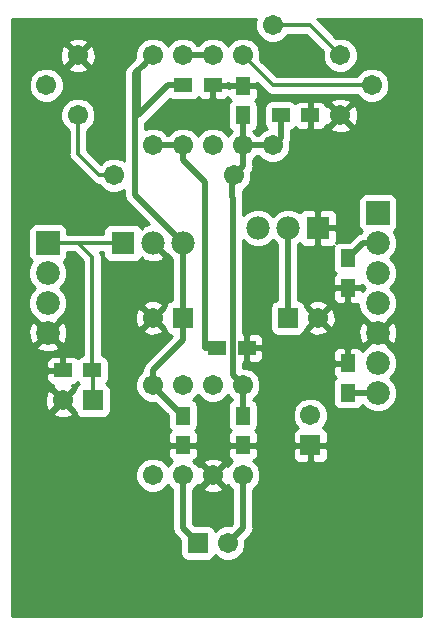
<source format=gbl>
G04 #@! TF.GenerationSoftware,KiCad,Pcbnew,(5.0.2)-1*
G04 #@! TF.CreationDate,2019-01-05T13:13:42+08:00*
G04 #@! TF.ProjectId,PSU 4CH,50535520-3443-4482-9e6b-696361645f70,rev?*
G04 #@! TF.SameCoordinates,Original*
G04 #@! TF.FileFunction,Copper,L2,Bot*
G04 #@! TF.FilePolarity,Positive*
%FSLAX46Y46*%
G04 Gerber Fmt 4.6, Leading zero omitted, Abs format (unit mm)*
G04 Created by KiCad (PCBNEW (5.0.2)-1) date 01/05/19 13:13:42*
%MOMM*%
%LPD*%
G01*
G04 APERTURE LIST*
G04 #@! TA.AperFunction,ComponentPad*
%ADD10C,1.716000*%
G04 #@! TD*
G04 #@! TA.AperFunction,ComponentPad*
%ADD11R,1.716000X1.716000*%
G04 #@! TD*
G04 #@! TA.AperFunction,SMDPad,CuDef*
%ADD12R,1.500000X1.250000*%
G04 #@! TD*
G04 #@! TA.AperFunction,SMDPad,CuDef*
%ADD13R,1.250000X1.500000*%
G04 #@! TD*
G04 #@! TA.AperFunction,ComponentPad*
%ADD14C,2.016000*%
G04 #@! TD*
G04 #@! TA.AperFunction,ComponentPad*
%ADD15R,2.016000X2.016000*%
G04 #@! TD*
G04 #@! TA.AperFunction,ComponentPad*
%ADD16C,1.989000*%
G04 #@! TD*
G04 #@! TA.AperFunction,ComponentPad*
%ADD17R,1.989000X1.989000*%
G04 #@! TD*
G04 #@! TA.AperFunction,ViaPad*
%ADD18C,0.450000*%
G04 #@! TD*
G04 #@! TA.AperFunction,Conductor*
%ADD19C,0.304800*%
G04 #@! TD*
G04 #@! TA.AperFunction,Conductor*
%ADD20C,0.508000*%
G04 #@! TD*
G04 #@! TA.AperFunction,Conductor*
%ADD21C,0.254000*%
G04 #@! TD*
G04 APERTURE END LIST*
D10*
G04 #@! TO.P,C3,2*
G04 #@! TO.N,GND*
X120015000Y-63500000D03*
D11*
G04 #@! TO.P,C3,1*
G04 #@! TO.N,+5V*
X122555000Y-63500000D03*
G04 #@! TD*
D10*
G04 #@! TO.P,U4,8*
G04 #@! TO.N,+5V*
X120015000Y-41275000D03*
G04 #@! TO.P,U4,7*
G04 #@! TO.N,-2V8*
X122555000Y-41275000D03*
G04 #@! TO.P,U4,6*
X125095000Y-41275000D03*
G04 #@! TO.P,U4,5*
G04 #@! TO.N,Net-(POT2-Pad2)*
X127635000Y-41275000D03*
G04 #@! TO.P,U4,4*
G04 #@! TO.N,-5V*
X127635000Y-48895000D03*
G04 #@! TO.P,U4,3*
G04 #@! TO.N,Net-(POT1-Pad2)*
X125095000Y-48895000D03*
G04 #@! TO.P,U4,2*
G04 #@! TO.N,-0V5*
X122555000Y-48895000D03*
G04 #@! TO.P,U4,1*
X120015000Y-48895000D03*
G04 #@! TD*
G04 #@! TO.P,R2,2*
G04 #@! TO.N,Net-(POT2-Pad1)*
X130175000Y-38735000D03*
G04 #@! TO.P,R2,1*
G04 #@! TO.N,-5V*
X130175000Y-48895000D03*
G04 #@! TD*
G04 #@! TO.P,POT2,1*
G04 #@! TO.N,Net-(POT2-Pad1)*
X135890000Y-41275000D03*
G04 #@! TO.P,POT2,2*
G04 #@! TO.N,Net-(POT2-Pad2)*
X138557000Y-43815000D03*
G04 #@! TO.P,POT2,3*
G04 #@! TO.N,GND*
X135890000Y-46355000D03*
G04 #@! TD*
D12*
G04 #@! TO.P,C12,2*
G04 #@! TO.N,-5V*
X130830000Y-46355000D03*
G04 #@! TO.P,C12,1*
G04 #@! TO.N,GND*
X133330000Y-46355000D03*
G04 #@! TD*
D11*
G04 #@! TO.P,C1,1*
G04 #@! TO.N,Vin*
X114935000Y-70485000D03*
D10*
G04 #@! TO.P,C1,2*
G04 #@! TO.N,GND*
X112395000Y-70485000D03*
G04 #@! TD*
D12*
G04 #@! TO.P,C2,2*
G04 #@! TO.N,GND*
X112395000Y-67945000D03*
G04 #@! TO.P,C2,1*
G04 #@! TO.N,Vin*
X114895000Y-67945000D03*
G04 #@! TD*
D13*
G04 #@! TO.P,C4,1*
G04 #@! TO.N,+5V*
X122555000Y-71775000D03*
G04 #@! TO.P,C4,2*
G04 #@! TO.N,GND*
X122555000Y-74275000D03*
G04 #@! TD*
D12*
G04 #@! TO.P,C5,1*
G04 #@! TO.N,+5V*
X122595000Y-43815000D03*
G04 #@! TO.P,C5,2*
G04 #@! TO.N,GND*
X125095000Y-43815000D03*
G04 #@! TD*
D10*
G04 #@! TO.P,C6,2*
G04 #@! TO.N,GND*
X133985000Y-63500000D03*
D11*
G04 #@! TO.P,C6,1*
G04 #@! TO.N,+3V3*
X131445000Y-63500000D03*
G04 #@! TD*
D13*
G04 #@! TO.P,C7,2*
G04 #@! TO.N,GND*
X136525000Y-60960000D03*
G04 #@! TO.P,C7,1*
G04 #@! TO.N,+3V3*
X136525000Y-58460000D03*
G04 #@! TD*
D11*
G04 #@! TO.P,C8,1*
G04 #@! TO.N,Net-(C8-Pad1)*
X123825000Y-82550000D03*
D10*
G04 #@! TO.P,C8,2*
G04 #@! TO.N,Net-(C8-Pad2)*
X126365000Y-82550000D03*
G04 #@! TD*
G04 #@! TO.P,C9,2*
G04 #@! TO.N,-5V*
X133350000Y-71755000D03*
D11*
G04 #@! TO.P,C9,1*
G04 #@! TO.N,GND*
X133350000Y-74295000D03*
G04 #@! TD*
D13*
G04 #@! TO.P,C10,2*
G04 #@! TO.N,-5V*
X127635000Y-71775000D03*
G04 #@! TO.P,C10,1*
G04 #@! TO.N,GND*
X127635000Y-74275000D03*
G04 #@! TD*
G04 #@! TO.P,C11,1*
G04 #@! TO.N,GND*
X127635000Y-43855000D03*
G04 #@! TO.P,C11,2*
G04 #@! TO.N,-5V*
X127635000Y-46355000D03*
G04 #@! TD*
D12*
G04 #@! TO.P,C13,2*
G04 #@! TO.N,-0V5*
X125476000Y-66040000D03*
G04 #@! TO.P,C13,1*
G04 #@! TO.N,GND*
X127976000Y-66040000D03*
G04 #@! TD*
D13*
G04 #@! TO.P,C14,1*
G04 #@! TO.N,GND*
X136525000Y-67330000D03*
G04 #@! TO.P,C14,2*
G04 #@! TO.N,-2V8*
X136525000Y-69830000D03*
G04 #@! TD*
D14*
G04 #@! TO.P,J1,4*
G04 #@! TO.N,GND*
X111125000Y-64770000D03*
G04 #@! TO.P,J1,3*
G04 #@! TO.N,Net-(J1-Pad3)*
X111125000Y-62230000D03*
G04 #@! TO.P,J1,2*
G04 #@! TO.N,Net-(J1-Pad2)*
X111125000Y-59690000D03*
D15*
G04 #@! TO.P,J1,1*
G04 #@! TO.N,Vin*
X111125000Y-57150000D03*
G04 #@! TD*
D14*
G04 #@! TO.P,J2,7*
G04 #@! TO.N,-2V8*
X139065000Y-69850000D03*
G04 #@! TO.P,J2,6*
G04 #@! TO.N,-0V5*
X139065000Y-67310000D03*
G04 #@! TO.P,J2,5*
G04 #@! TO.N,GND*
X139065000Y-64770000D03*
G04 #@! TO.P,J2,4*
G04 #@! TO.N,Net-(J1-Pad3)*
X139065000Y-62230000D03*
G04 #@! TO.P,J2,3*
G04 #@! TO.N,Net-(J1-Pad2)*
X139065000Y-59690000D03*
G04 #@! TO.P,J2,2*
G04 #@! TO.N,+3V3*
X139065000Y-57150000D03*
D15*
G04 #@! TO.P,J2,1*
G04 #@! TO.N,+5V*
X139065000Y-54610000D03*
G04 #@! TD*
D10*
G04 #@! TO.P,POT1,3*
G04 #@! TO.N,GND*
X113665000Y-41275000D03*
G04 #@! TO.P,POT1,2*
G04 #@! TO.N,Net-(POT1-Pad2)*
X110998000Y-43815000D03*
G04 #@! TO.P,POT1,1*
G04 #@! TO.N,Net-(POT1-Pad1)*
X113665000Y-46355000D03*
G04 #@! TD*
G04 #@! TO.P,R1,1*
G04 #@! TO.N,-5V*
X126873000Y-51435000D03*
G04 #@! TO.P,R1,2*
G04 #@! TO.N,Net-(POT1-Pad1)*
X116713000Y-51435000D03*
G04 #@! TD*
D16*
G04 #@! TO.P,U1,2*
G04 #@! TO.N,GND*
X120015000Y-57150000D03*
D17*
G04 #@! TO.P,U1,1*
G04 #@! TO.N,Vin*
X117475000Y-57150000D03*
D16*
G04 #@! TO.P,U1,3*
G04 #@! TO.N,+5V*
X122555000Y-57150000D03*
G04 #@! TD*
G04 #@! TO.P,U2,3*
G04 #@! TO.N,+5V*
X128905000Y-55880000D03*
D17*
G04 #@! TO.P,U2,1*
G04 #@! TO.N,GND*
X133985000Y-55880000D03*
D16*
G04 #@! TO.P,U2,2*
G04 #@! TO.N,+3V3*
X131445000Y-55880000D03*
G04 #@! TD*
D10*
G04 #@! TO.P,U3,1*
G04 #@! TO.N,N/C*
X120015000Y-76835000D03*
G04 #@! TO.P,U3,2*
G04 #@! TO.N,Net-(C8-Pad1)*
X122555000Y-76835000D03*
G04 #@! TO.P,U3,3*
G04 #@! TO.N,GND*
X125095000Y-76835000D03*
G04 #@! TO.P,U3,4*
G04 #@! TO.N,Net-(C8-Pad2)*
X127635000Y-76835000D03*
G04 #@! TO.P,U3,5*
G04 #@! TO.N,-5V*
X127635000Y-69215000D03*
G04 #@! TO.P,U3,6*
G04 #@! TO.N,N/C*
X125095000Y-69215000D03*
G04 #@! TO.P,U3,7*
G04 #@! TO.N,Net-(U3-Pad7)*
X122555000Y-69215000D03*
G04 #@! TO.P,U3,8*
G04 #@! TO.N,+5V*
X120015000Y-69215000D03*
G04 #@! TD*
D18*
G04 #@! TO.N,-0V5*
X124460000Y-66040000D03*
G04 #@! TD*
D19*
G04 #@! TO.N,Vin*
X117475000Y-57150000D02*
X116175700Y-57150000D01*
X114935000Y-67985000D02*
X114895000Y-67945000D01*
X114935000Y-70485000D02*
X114935000Y-67985000D01*
X114895000Y-58380000D02*
X113665000Y-57150000D01*
X114895000Y-67945000D02*
X114895000Y-58380000D01*
X116175700Y-57150000D02*
X113665000Y-57150000D01*
X113665000Y-57150000D02*
X111125000Y-57150000D01*
D20*
G04 #@! TO.N,GND*
X122555000Y-74275000D02*
X122555000Y-74295000D01*
X133205000Y-46355000D02*
X133330000Y-46355000D01*
X132683722Y-74295000D02*
X133350000Y-74295000D01*
X132663722Y-74275000D02*
X132683722Y-74295000D01*
X117475000Y-72390000D02*
X117475000Y-73025000D01*
X136525000Y-67455000D02*
X136525000Y-67330000D01*
X133330000Y-55225000D02*
X133985000Y-55880000D01*
X127595000Y-43815000D02*
X127635000Y-43855000D01*
G04 #@! TO.N,+5V*
X122555000Y-62134000D02*
X122555000Y-57150000D01*
X122555000Y-63500000D02*
X122555000Y-62134000D01*
X120015000Y-69215000D02*
X120015000Y-67945000D01*
X122555000Y-65405000D02*
X122555000Y-63500000D01*
X120015000Y-67945000D02*
X122555000Y-65405000D01*
X120015000Y-69235000D02*
X122555000Y-71775000D01*
X120015000Y-69215000D02*
X120015000Y-69235000D01*
X119157001Y-42132999D02*
X120015000Y-41275000D01*
X118775999Y-42514001D02*
X119157001Y-42132999D01*
X118797000Y-46355000D02*
X118775999Y-46355000D01*
X121337000Y-43815000D02*
X118797000Y-46355000D01*
X122595000Y-43815000D02*
X121337000Y-43815000D01*
X118775999Y-46355000D02*
X118775999Y-42514001D01*
X118775999Y-42514001D02*
X118491000Y-42799000D01*
X118491000Y-53086000D02*
X122555000Y-57150000D01*
X118491000Y-42799000D02*
X118491000Y-53086000D01*
G04 #@! TO.N,+3V3*
X131445000Y-55880000D02*
X131445000Y-63500000D01*
X137835000Y-57150000D02*
X136525000Y-58460000D01*
X139065000Y-57150000D02*
X137835000Y-57150000D01*
G04 #@! TO.N,Net-(C8-Pad1)*
X122555000Y-81280000D02*
X123825000Y-82550000D01*
X122555000Y-76835000D02*
X122555000Y-81280000D01*
G04 #@! TO.N,Net-(C8-Pad2)*
X127635000Y-81280000D02*
X126365000Y-82550000D01*
X127635000Y-76835000D02*
X127635000Y-81280000D01*
G04 #@! TO.N,-5V*
X130830000Y-46355000D02*
X130830000Y-48240000D01*
X130830000Y-48240000D02*
X130175000Y-48895000D01*
X130175000Y-48895000D02*
X127635000Y-48895000D01*
X127635000Y-46355000D02*
X127635000Y-48895000D01*
X127635000Y-71775000D02*
X127635000Y-69215000D01*
X127635000Y-50673000D02*
X126873000Y-51435000D01*
X127635000Y-50546000D02*
X127635000Y-50673000D01*
X127635000Y-48895000D02*
X127635000Y-50546000D01*
X126746000Y-52648395D02*
X126746000Y-51435000D01*
X126746000Y-53238999D02*
X126746000Y-52648395D01*
X126771999Y-68351999D02*
X126771999Y-53340000D01*
X127635000Y-69215000D02*
X126771999Y-68351999D01*
G04 #@! TO.N,-0V5*
X122555000Y-48895000D02*
X120015000Y-48895000D01*
X122555000Y-50108395D02*
X124460000Y-52013395D01*
X122555000Y-48895000D02*
X122555000Y-50108395D01*
X124460000Y-52013395D02*
X124460000Y-66040000D01*
X124460000Y-66040000D02*
X125476000Y-66040000D01*
G04 #@! TO.N,-2V8*
X122555000Y-41275000D02*
X125095000Y-41275000D01*
X139045000Y-69830000D02*
X139065000Y-69850000D01*
X136525000Y-69830000D02*
X139045000Y-69830000D01*
D19*
G04 #@! TO.N,Net-(POT1-Pad1)*
X113665000Y-46355000D02*
X113665000Y-47625000D01*
X113665000Y-49600395D02*
X113665000Y-47625000D01*
X115499605Y-51435000D02*
X113665000Y-49600395D01*
X116713000Y-51435000D02*
X115499605Y-51435000D01*
G04 #@! TO.N,Net-(POT2-Pad1)*
X135890000Y-41275000D02*
X133350000Y-38735000D01*
X133350000Y-38735000D02*
X130175000Y-38735000D01*
G04 #@! TO.N,Net-(POT2-Pad2)*
X138557000Y-43815000D02*
X130175000Y-43815000D01*
X130175000Y-43815000D02*
X127635000Y-41275000D01*
G04 #@! TD*
D21*
G04 #@! TO.N,GND*
G36*
X128682000Y-38438024D02*
X128682000Y-39031976D01*
X128909295Y-39580717D01*
X129329283Y-40000705D01*
X129878024Y-40228000D01*
X130471976Y-40228000D01*
X131020717Y-40000705D01*
X131440705Y-39580717D01*
X131464861Y-39522400D01*
X133023849Y-39522400D01*
X134421156Y-40919707D01*
X134397000Y-40978024D01*
X134397000Y-41571976D01*
X134624295Y-42120717D01*
X135044283Y-42540705D01*
X135593024Y-42768000D01*
X136186976Y-42768000D01*
X136735717Y-42540705D01*
X137155705Y-42120717D01*
X137383000Y-41571976D01*
X137383000Y-40978024D01*
X137155705Y-40429283D01*
X136735717Y-40009295D01*
X136186976Y-39782000D01*
X135593024Y-39782000D01*
X135534707Y-39806156D01*
X133961616Y-38233065D01*
X133957564Y-38227000D01*
X142748000Y-38227000D01*
X142748000Y-88773000D01*
X108077000Y-88773000D01*
X108077000Y-76538024D01*
X118522000Y-76538024D01*
X118522000Y-77131976D01*
X118749295Y-77680717D01*
X119169283Y-78100705D01*
X119718024Y-78328000D01*
X120311976Y-78328000D01*
X120860717Y-78100705D01*
X121280705Y-77680717D01*
X121285000Y-77670348D01*
X121289295Y-77680717D01*
X121666000Y-78057422D01*
X121666001Y-81192441D01*
X121648584Y-81280000D01*
X121717582Y-81626870D01*
X121769308Y-81704283D01*
X121914068Y-81920933D01*
X121988294Y-81970529D01*
X122319560Y-82301795D01*
X122319560Y-83408000D01*
X122368843Y-83655765D01*
X122509191Y-83865809D01*
X122719235Y-84006157D01*
X122967000Y-84055440D01*
X124683000Y-84055440D01*
X124930765Y-84006157D01*
X125140809Y-83865809D01*
X125281157Y-83655765D01*
X125294129Y-83590551D01*
X125519283Y-83815705D01*
X126068024Y-84043000D01*
X126661976Y-84043000D01*
X127210717Y-83815705D01*
X127630705Y-83395717D01*
X127858000Y-82846976D01*
X127858000Y-82314236D01*
X128201707Y-81970529D01*
X128275933Y-81920933D01*
X128472419Y-81626870D01*
X128524000Y-81367556D01*
X128524000Y-81367552D01*
X128541415Y-81280001D01*
X128524000Y-81192450D01*
X128524000Y-78057422D01*
X128900705Y-77680717D01*
X129128000Y-77131976D01*
X129128000Y-76538024D01*
X128900705Y-75989283D01*
X128517204Y-75605782D01*
X128619699Y-75563327D01*
X128798327Y-75384698D01*
X128895000Y-75151309D01*
X128895000Y-74580750D01*
X131857000Y-74580750D01*
X131857000Y-75279309D01*
X131953673Y-75512698D01*
X132132301Y-75691327D01*
X132365690Y-75788000D01*
X133064250Y-75788000D01*
X133223000Y-75629250D01*
X133223000Y-74422000D01*
X133477000Y-74422000D01*
X133477000Y-75629250D01*
X133635750Y-75788000D01*
X134334310Y-75788000D01*
X134567699Y-75691327D01*
X134746327Y-75512698D01*
X134843000Y-75279309D01*
X134843000Y-74580750D01*
X134684250Y-74422000D01*
X133477000Y-74422000D01*
X133223000Y-74422000D01*
X132015750Y-74422000D01*
X131857000Y-74580750D01*
X128895000Y-74580750D01*
X128895000Y-74560750D01*
X128736250Y-74402000D01*
X127762000Y-74402000D01*
X127762000Y-74422000D01*
X127508000Y-74422000D01*
X127508000Y-74402000D01*
X126533750Y-74402000D01*
X126375000Y-74560750D01*
X126375000Y-75151309D01*
X126471673Y-75384698D01*
X126650301Y-75563327D01*
X126752796Y-75605782D01*
X126369295Y-75989283D01*
X126351778Y-76031573D01*
X126144752Y-75964853D01*
X125274605Y-76835000D01*
X126144752Y-77705147D01*
X126351778Y-77638427D01*
X126369295Y-77680717D01*
X126746000Y-78057422D01*
X126746001Y-80911763D01*
X126600764Y-81057000D01*
X126068024Y-81057000D01*
X125519283Y-81284295D01*
X125294129Y-81509449D01*
X125281157Y-81444235D01*
X125140809Y-81234191D01*
X124930765Y-81093843D01*
X124683000Y-81044560D01*
X123576795Y-81044560D01*
X123444000Y-80911765D01*
X123444000Y-78057422D01*
X123616670Y-77884752D01*
X124224853Y-77884752D01*
X124306109Y-78136882D01*
X124864368Y-78339677D01*
X125457739Y-78313399D01*
X125883891Y-78136882D01*
X125965147Y-77884752D01*
X125095000Y-77014605D01*
X124224853Y-77884752D01*
X123616670Y-77884752D01*
X123820705Y-77680717D01*
X123838222Y-77638427D01*
X124045248Y-77705147D01*
X124915395Y-76835000D01*
X124045248Y-75964853D01*
X123838222Y-76031573D01*
X123820705Y-75989283D01*
X123616670Y-75785248D01*
X124224853Y-75785248D01*
X125095000Y-76655395D01*
X125965147Y-75785248D01*
X125883891Y-75533118D01*
X125325632Y-75330323D01*
X124732261Y-75356601D01*
X124306109Y-75533118D01*
X124224853Y-75785248D01*
X123616670Y-75785248D01*
X123437204Y-75605782D01*
X123539699Y-75563327D01*
X123718327Y-75384698D01*
X123815000Y-75151309D01*
X123815000Y-74560750D01*
X123656250Y-74402000D01*
X122682000Y-74402000D01*
X122682000Y-74422000D01*
X122428000Y-74422000D01*
X122428000Y-74402000D01*
X121453750Y-74402000D01*
X121295000Y-74560750D01*
X121295000Y-75151309D01*
X121391673Y-75384698D01*
X121570301Y-75563327D01*
X121672796Y-75605782D01*
X121289295Y-75989283D01*
X121285000Y-75999652D01*
X121280705Y-75989283D01*
X120860717Y-75569295D01*
X120311976Y-75342000D01*
X119718024Y-75342000D01*
X119169283Y-75569295D01*
X118749295Y-75989283D01*
X118522000Y-76538024D01*
X108077000Y-76538024D01*
X108077000Y-71534752D01*
X111524853Y-71534752D01*
X111606109Y-71786882D01*
X112164368Y-71989677D01*
X112757739Y-71963399D01*
X113183891Y-71786882D01*
X113265147Y-71534752D01*
X112395000Y-70664605D01*
X111524853Y-71534752D01*
X108077000Y-71534752D01*
X108077000Y-70254368D01*
X110890323Y-70254368D01*
X110916601Y-70847739D01*
X111093118Y-71273891D01*
X111345248Y-71355147D01*
X112215395Y-70485000D01*
X111345248Y-69614853D01*
X111093118Y-69696109D01*
X110890323Y-70254368D01*
X108077000Y-70254368D01*
X108077000Y-67193690D01*
X111010000Y-67193690D01*
X111010000Y-67659250D01*
X111168750Y-67818000D01*
X112268000Y-67818000D01*
X112268000Y-66843750D01*
X112109250Y-66685000D01*
X111518691Y-66685000D01*
X111285302Y-66781673D01*
X111106673Y-66960301D01*
X111010000Y-67193690D01*
X108077000Y-67193690D01*
X108077000Y-65928319D01*
X110146286Y-65928319D01*
X110245928Y-66196004D01*
X110858551Y-66423862D01*
X111511739Y-66399935D01*
X112004072Y-66196004D01*
X112103714Y-65928319D01*
X111125000Y-64949605D01*
X110146286Y-65928319D01*
X108077000Y-65928319D01*
X108077000Y-64503551D01*
X109471138Y-64503551D01*
X109495065Y-65156739D01*
X109698996Y-65649072D01*
X109966681Y-65748714D01*
X110945395Y-64770000D01*
X111304605Y-64770000D01*
X112283319Y-65748714D01*
X112551004Y-65649072D01*
X112778862Y-65036449D01*
X112754935Y-64383261D01*
X112551004Y-63890928D01*
X112283319Y-63791286D01*
X111304605Y-64770000D01*
X110945395Y-64770000D01*
X109966681Y-63791286D01*
X109698996Y-63890928D01*
X109471138Y-64503551D01*
X108077000Y-64503551D01*
X108077000Y-56142000D01*
X109469560Y-56142000D01*
X109469560Y-58158000D01*
X109518843Y-58405765D01*
X109659191Y-58615809D01*
X109788941Y-58702506D01*
X109732132Y-58759315D01*
X109482000Y-59363187D01*
X109482000Y-60016813D01*
X109732132Y-60620685D01*
X110071447Y-60960000D01*
X109732132Y-61299315D01*
X109482000Y-61903187D01*
X109482000Y-62556813D01*
X109732132Y-63160685D01*
X110156280Y-63584833D01*
X110146286Y-63611681D01*
X111125000Y-64590395D01*
X112103714Y-63611681D01*
X112093720Y-63584833D01*
X112517868Y-63160685D01*
X112768000Y-62556813D01*
X112768000Y-61903187D01*
X112517868Y-61299315D01*
X112178553Y-60960000D01*
X112517868Y-60620685D01*
X112768000Y-60016813D01*
X112768000Y-59363187D01*
X112517868Y-58759315D01*
X112461059Y-58702506D01*
X112590809Y-58615809D01*
X112731157Y-58405765D01*
X112780440Y-58158000D01*
X112780440Y-57937400D01*
X113338849Y-57937400D01*
X114107601Y-58706153D01*
X114107600Y-66679999D01*
X113897235Y-66721843D01*
X113687191Y-66862191D01*
X113646346Y-66923320D01*
X113504698Y-66781673D01*
X113271309Y-66685000D01*
X112680750Y-66685000D01*
X112522000Y-66843750D01*
X112522000Y-67818000D01*
X112542000Y-67818000D01*
X112542000Y-68072000D01*
X112522000Y-68072000D01*
X112522000Y-68092000D01*
X112268000Y-68092000D01*
X112268000Y-68072000D01*
X111168750Y-68072000D01*
X111010000Y-68230750D01*
X111010000Y-68696310D01*
X111106673Y-68929699D01*
X111285302Y-69108327D01*
X111518691Y-69205000D01*
X111599057Y-69205000D01*
X111524853Y-69435248D01*
X112395000Y-70305395D01*
X113265147Y-69435248D01*
X113190943Y-69205000D01*
X113271309Y-69205000D01*
X113504698Y-69108327D01*
X113646346Y-68966680D01*
X113687191Y-69027809D01*
X113758987Y-69075782D01*
X113619191Y-69169191D01*
X113478843Y-69379235D01*
X113429560Y-69627000D01*
X113429560Y-69630045D01*
X112574605Y-70485000D01*
X113429560Y-71339955D01*
X113429560Y-71343000D01*
X113478843Y-71590765D01*
X113619191Y-71800809D01*
X113829235Y-71941157D01*
X114077000Y-71990440D01*
X115793000Y-71990440D01*
X116040765Y-71941157D01*
X116250809Y-71800809D01*
X116391157Y-71590765D01*
X116440440Y-71343000D01*
X116440440Y-69627000D01*
X116391157Y-69379235D01*
X116250809Y-69169191D01*
X116071013Y-69049054D01*
X116102809Y-69027809D01*
X116243157Y-68817765D01*
X116292440Y-68570000D01*
X116292440Y-67320000D01*
X116243157Y-67072235D01*
X116102809Y-66862191D01*
X115892765Y-66721843D01*
X115682400Y-66679999D01*
X115682400Y-64549752D01*
X119144853Y-64549752D01*
X119226109Y-64801882D01*
X119784368Y-65004677D01*
X120377739Y-64978399D01*
X120803891Y-64801882D01*
X120885147Y-64549752D01*
X120015000Y-63679605D01*
X119144853Y-64549752D01*
X115682400Y-64549752D01*
X115682400Y-63269368D01*
X118510323Y-63269368D01*
X118536601Y-63862739D01*
X118713118Y-64288891D01*
X118965248Y-64370147D01*
X119835395Y-63500000D01*
X118965248Y-62629853D01*
X118713118Y-62711109D01*
X118510323Y-63269368D01*
X115682400Y-63269368D01*
X115682400Y-62450248D01*
X119144853Y-62450248D01*
X120015000Y-63320395D01*
X120885147Y-62450248D01*
X120803891Y-62198118D01*
X120245632Y-61995323D01*
X119652261Y-62021601D01*
X119226109Y-62198118D01*
X119144853Y-62450248D01*
X115682400Y-62450248D01*
X115682400Y-58457551D01*
X115697826Y-58380000D01*
X115681625Y-58298552D01*
X115636715Y-58072772D01*
X115546262Y-57937400D01*
X115833060Y-57937400D01*
X115833060Y-58144500D01*
X115882343Y-58392265D01*
X116022691Y-58602309D01*
X116232735Y-58742657D01*
X116480500Y-58791940D01*
X118469500Y-58791940D01*
X118717265Y-58742657D01*
X118927309Y-58602309D01*
X119067657Y-58392265D01*
X119072177Y-58369543D01*
X119144042Y-58564837D01*
X119751774Y-58790440D01*
X120399580Y-58766300D01*
X120885958Y-58564837D01*
X120983947Y-58298552D01*
X120015000Y-57329605D01*
X120000858Y-57343748D01*
X119821253Y-57164143D01*
X119835395Y-57150000D01*
X119821253Y-57135858D01*
X120000858Y-56956253D01*
X120015000Y-56970395D01*
X120029143Y-56956253D01*
X120208748Y-57135858D01*
X120194605Y-57150000D01*
X121163552Y-58118947D01*
X121204439Y-58103901D01*
X121631962Y-58531424D01*
X121666001Y-58545523D01*
X121666000Y-62000726D01*
X121449235Y-62043843D01*
X121239191Y-62184191D01*
X121098843Y-62394235D01*
X121049560Y-62642000D01*
X121049560Y-62645045D01*
X120194605Y-63500000D01*
X121049560Y-64354955D01*
X121049560Y-64358000D01*
X121098843Y-64605765D01*
X121239191Y-64815809D01*
X121449235Y-64956157D01*
X121666000Y-64999274D01*
X121666000Y-65036764D01*
X119448294Y-67254471D01*
X119374068Y-67304067D01*
X119324472Y-67378293D01*
X119324471Y-67378294D01*
X119177582Y-67598130D01*
X119108584Y-67945000D01*
X119119367Y-67999211D01*
X118749295Y-68369283D01*
X118522000Y-68918024D01*
X118522000Y-69511976D01*
X118749295Y-70060717D01*
X119169283Y-70480705D01*
X119718024Y-70708000D01*
X120230765Y-70708000D01*
X121282560Y-71759796D01*
X121282560Y-72525000D01*
X121331843Y-72772765D01*
X121472191Y-72982809D01*
X121533320Y-73023654D01*
X121391673Y-73165302D01*
X121295000Y-73398691D01*
X121295000Y-73989250D01*
X121453750Y-74148000D01*
X122428000Y-74148000D01*
X122428000Y-74128000D01*
X122682000Y-74128000D01*
X122682000Y-74148000D01*
X123656250Y-74148000D01*
X123815000Y-73989250D01*
X123815000Y-73398691D01*
X123718327Y-73165302D01*
X123576680Y-73023654D01*
X123637809Y-72982809D01*
X123778157Y-72772765D01*
X123827440Y-72525000D01*
X123827440Y-71025000D01*
X123778157Y-70777235D01*
X123637809Y-70567191D01*
X123443839Y-70437583D01*
X123820705Y-70060717D01*
X123825000Y-70050348D01*
X123829295Y-70060717D01*
X124249283Y-70480705D01*
X124798024Y-70708000D01*
X125391976Y-70708000D01*
X125940717Y-70480705D01*
X126360705Y-70060717D01*
X126365000Y-70050348D01*
X126369295Y-70060717D01*
X126746001Y-70437423D01*
X126746001Y-70437691D01*
X126552191Y-70567191D01*
X126411843Y-70777235D01*
X126362560Y-71025000D01*
X126362560Y-72525000D01*
X126411843Y-72772765D01*
X126552191Y-72982809D01*
X126613320Y-73023654D01*
X126471673Y-73165302D01*
X126375000Y-73398691D01*
X126375000Y-73989250D01*
X126533750Y-74148000D01*
X127508000Y-74148000D01*
X127508000Y-74128000D01*
X127762000Y-74128000D01*
X127762000Y-74148000D01*
X128736250Y-74148000D01*
X128895000Y-73989250D01*
X128895000Y-73398691D01*
X128798327Y-73165302D01*
X128656680Y-73023654D01*
X128717809Y-72982809D01*
X128858157Y-72772765D01*
X128907440Y-72525000D01*
X128907440Y-71458024D01*
X131857000Y-71458024D01*
X131857000Y-72051976D01*
X132084295Y-72600717D01*
X132309042Y-72825464D01*
X132132301Y-72898673D01*
X131953673Y-73077302D01*
X131857000Y-73310691D01*
X131857000Y-74009250D01*
X132015750Y-74168000D01*
X133223000Y-74168000D01*
X133223000Y-74148000D01*
X133477000Y-74148000D01*
X133477000Y-74168000D01*
X134684250Y-74168000D01*
X134843000Y-74009250D01*
X134843000Y-73310691D01*
X134746327Y-73077302D01*
X134567699Y-72898673D01*
X134390958Y-72825464D01*
X134615705Y-72600717D01*
X134843000Y-72051976D01*
X134843000Y-71458024D01*
X134615705Y-70909283D01*
X134195717Y-70489295D01*
X133646976Y-70262000D01*
X133053024Y-70262000D01*
X132504283Y-70489295D01*
X132084295Y-70909283D01*
X131857000Y-71458024D01*
X128907440Y-71458024D01*
X128907440Y-71025000D01*
X128858157Y-70777235D01*
X128717809Y-70567191D01*
X128524000Y-70437691D01*
X128524000Y-70437422D01*
X128900705Y-70060717D01*
X129128000Y-69511976D01*
X129128000Y-69080000D01*
X135252560Y-69080000D01*
X135252560Y-70580000D01*
X135301843Y-70827765D01*
X135442191Y-71037809D01*
X135652235Y-71178157D01*
X135900000Y-71227440D01*
X137150000Y-71227440D01*
X137397765Y-71178157D01*
X137607809Y-71037809D01*
X137736563Y-70845116D01*
X138134315Y-71242868D01*
X138738187Y-71493000D01*
X139391813Y-71493000D01*
X139995685Y-71242868D01*
X140457868Y-70780685D01*
X140708000Y-70176813D01*
X140708000Y-69523187D01*
X140457868Y-68919315D01*
X140118553Y-68580000D01*
X140457868Y-68240685D01*
X140708000Y-67636813D01*
X140708000Y-66983187D01*
X140457868Y-66379315D01*
X140033720Y-65955167D01*
X140043714Y-65928319D01*
X139065000Y-64949605D01*
X138086286Y-65928319D01*
X138096280Y-65955167D01*
X137730157Y-66321290D01*
X137688327Y-66220302D01*
X137509699Y-66041673D01*
X137276310Y-65945000D01*
X136810750Y-65945000D01*
X136652000Y-66103750D01*
X136652000Y-67203000D01*
X136672000Y-67203000D01*
X136672000Y-67457000D01*
X136652000Y-67457000D01*
X136652000Y-67477000D01*
X136398000Y-67477000D01*
X136398000Y-67457000D01*
X135423750Y-67457000D01*
X135265000Y-67615750D01*
X135265000Y-68206309D01*
X135361673Y-68439698D01*
X135503320Y-68581346D01*
X135442191Y-68622191D01*
X135301843Y-68832235D01*
X135252560Y-69080000D01*
X129128000Y-69080000D01*
X129128000Y-68918024D01*
X128900705Y-68369283D01*
X128480717Y-67949295D01*
X127931976Y-67722000D01*
X127660999Y-67722000D01*
X127660999Y-67300000D01*
X127690250Y-67300000D01*
X127849000Y-67141250D01*
X127849000Y-66167000D01*
X128103000Y-66167000D01*
X128103000Y-67141250D01*
X128261750Y-67300000D01*
X128852309Y-67300000D01*
X129085698Y-67203327D01*
X129264327Y-67024699D01*
X129361000Y-66791310D01*
X129361000Y-66453691D01*
X135265000Y-66453691D01*
X135265000Y-67044250D01*
X135423750Y-67203000D01*
X136398000Y-67203000D01*
X136398000Y-66103750D01*
X136239250Y-65945000D01*
X135773690Y-65945000D01*
X135540301Y-66041673D01*
X135361673Y-66220302D01*
X135265000Y-66453691D01*
X129361000Y-66453691D01*
X129361000Y-66325750D01*
X129202250Y-66167000D01*
X128103000Y-66167000D01*
X127849000Y-66167000D01*
X127829000Y-66167000D01*
X127829000Y-65913000D01*
X127849000Y-65913000D01*
X127849000Y-64938750D01*
X128103000Y-64938750D01*
X128103000Y-65913000D01*
X129202250Y-65913000D01*
X129361000Y-65754250D01*
X129361000Y-65288690D01*
X129264327Y-65055301D01*
X129085698Y-64876673D01*
X128852309Y-64780000D01*
X128261750Y-64780000D01*
X128103000Y-64938750D01*
X127849000Y-64938750D01*
X127690250Y-64780000D01*
X127660999Y-64780000D01*
X127660999Y-56940461D01*
X127981962Y-57261424D01*
X128580872Y-57509500D01*
X129229128Y-57509500D01*
X129828038Y-57261424D01*
X130175000Y-56914462D01*
X130521962Y-57261424D01*
X130556000Y-57275523D01*
X130556001Y-62000726D01*
X130339235Y-62043843D01*
X130129191Y-62184191D01*
X129988843Y-62394235D01*
X129939560Y-62642000D01*
X129939560Y-64358000D01*
X129988843Y-64605765D01*
X130129191Y-64815809D01*
X130339235Y-64956157D01*
X130587000Y-65005440D01*
X132303000Y-65005440D01*
X132550765Y-64956157D01*
X132760809Y-64815809D01*
X132901157Y-64605765D01*
X132912298Y-64549752D01*
X133114853Y-64549752D01*
X133196109Y-64801882D01*
X133754368Y-65004677D01*
X134347739Y-64978399D01*
X134773891Y-64801882D01*
X134855147Y-64549752D01*
X134808946Y-64503551D01*
X137411138Y-64503551D01*
X137435065Y-65156739D01*
X137638996Y-65649072D01*
X137906681Y-65748714D01*
X138885395Y-64770000D01*
X139244605Y-64770000D01*
X140223319Y-65748714D01*
X140491004Y-65649072D01*
X140718862Y-65036449D01*
X140694935Y-64383261D01*
X140491004Y-63890928D01*
X140223319Y-63791286D01*
X139244605Y-64770000D01*
X138885395Y-64770000D01*
X137906681Y-63791286D01*
X137638996Y-63890928D01*
X137411138Y-64503551D01*
X134808946Y-64503551D01*
X133985000Y-63679605D01*
X133114853Y-64549752D01*
X132912298Y-64549752D01*
X132950440Y-64358000D01*
X132950440Y-64354955D01*
X133805395Y-63500000D01*
X134164605Y-63500000D01*
X135034752Y-64370147D01*
X135286882Y-64288891D01*
X135489677Y-63730632D01*
X135463399Y-63137261D01*
X135286882Y-62711109D01*
X135034752Y-62629853D01*
X134164605Y-63500000D01*
X133805395Y-63500000D01*
X132950440Y-62645045D01*
X132950440Y-62642000D01*
X132912299Y-62450248D01*
X133114853Y-62450248D01*
X133985000Y-63320395D01*
X134855147Y-62450248D01*
X134773891Y-62198118D01*
X134215632Y-61995323D01*
X133622261Y-62021601D01*
X133196109Y-62198118D01*
X133114853Y-62450248D01*
X132912299Y-62450248D01*
X132901157Y-62394235D01*
X132760809Y-62184191D01*
X132550765Y-62043843D01*
X132334000Y-62000726D01*
X132334000Y-61245750D01*
X135265000Y-61245750D01*
X135265000Y-61836309D01*
X135361673Y-62069698D01*
X135540301Y-62248327D01*
X135773690Y-62345000D01*
X136239250Y-62345000D01*
X136398000Y-62186250D01*
X136398000Y-61087000D01*
X135423750Y-61087000D01*
X135265000Y-61245750D01*
X132334000Y-61245750D01*
X132334000Y-57275523D01*
X132368038Y-57261424D01*
X132435505Y-57193957D01*
X132452173Y-57234198D01*
X132630801Y-57412827D01*
X132864190Y-57509500D01*
X133699250Y-57509500D01*
X133858000Y-57350750D01*
X133858000Y-56007000D01*
X134112000Y-56007000D01*
X134112000Y-57350750D01*
X134270750Y-57509500D01*
X135105810Y-57509500D01*
X135333195Y-57415314D01*
X135301843Y-57462235D01*
X135252560Y-57710000D01*
X135252560Y-59210000D01*
X135301843Y-59457765D01*
X135442191Y-59667809D01*
X135503320Y-59708654D01*
X135361673Y-59850302D01*
X135265000Y-60083691D01*
X135265000Y-60674250D01*
X135423750Y-60833000D01*
X136398000Y-60833000D01*
X136398000Y-60813000D01*
X136652000Y-60813000D01*
X136652000Y-60833000D01*
X137626250Y-60833000D01*
X137755349Y-60703902D01*
X138011447Y-60960000D01*
X137755349Y-61216099D01*
X137626250Y-61087000D01*
X136652000Y-61087000D01*
X136652000Y-62186250D01*
X136810750Y-62345000D01*
X137276310Y-62345000D01*
X137422000Y-62284653D01*
X137422000Y-62556813D01*
X137672132Y-63160685D01*
X138096280Y-63584833D01*
X138086286Y-63611681D01*
X139065000Y-64590395D01*
X140043714Y-63611681D01*
X140033720Y-63584833D01*
X140457868Y-63160685D01*
X140708000Y-62556813D01*
X140708000Y-61903187D01*
X140457868Y-61299315D01*
X140118553Y-60960000D01*
X140457868Y-60620685D01*
X140708000Y-60016813D01*
X140708000Y-59363187D01*
X140457868Y-58759315D01*
X140118553Y-58420000D01*
X140457868Y-58080685D01*
X140708000Y-57476813D01*
X140708000Y-56823187D01*
X140457868Y-56219315D01*
X140401059Y-56162506D01*
X140530809Y-56075809D01*
X140671157Y-55865765D01*
X140720440Y-55618000D01*
X140720440Y-53602000D01*
X140671157Y-53354235D01*
X140530809Y-53144191D01*
X140320765Y-53003843D01*
X140073000Y-52954560D01*
X138057000Y-52954560D01*
X137809235Y-53003843D01*
X137599191Y-53144191D01*
X137458843Y-53354235D01*
X137409560Y-53602000D01*
X137409560Y-55618000D01*
X137458843Y-55865765D01*
X137599191Y-56075809D01*
X137728941Y-56162506D01*
X137672132Y-56219315D01*
X137646553Y-56281069D01*
X137488130Y-56312581D01*
X137194067Y-56509067D01*
X137144471Y-56583293D01*
X136665204Y-57062560D01*
X135900000Y-57062560D01*
X135652235Y-57111843D01*
X135536467Y-57189197D01*
X135614500Y-57000809D01*
X135614500Y-56165750D01*
X135455750Y-56007000D01*
X134112000Y-56007000D01*
X133858000Y-56007000D01*
X133838000Y-56007000D01*
X133838000Y-55753000D01*
X133858000Y-55753000D01*
X133858000Y-54409250D01*
X134112000Y-54409250D01*
X134112000Y-55753000D01*
X135455750Y-55753000D01*
X135614500Y-55594250D01*
X135614500Y-54759191D01*
X135517827Y-54525802D01*
X135339199Y-54347173D01*
X135105810Y-54250500D01*
X134270750Y-54250500D01*
X134112000Y-54409250D01*
X133858000Y-54409250D01*
X133699250Y-54250500D01*
X132864190Y-54250500D01*
X132630801Y-54347173D01*
X132452173Y-54525802D01*
X132435505Y-54566043D01*
X132368038Y-54498576D01*
X131769128Y-54250500D01*
X131120872Y-54250500D01*
X130521962Y-54498576D01*
X130175000Y-54845538D01*
X129828038Y-54498576D01*
X129229128Y-54250500D01*
X128580872Y-54250500D01*
X127981962Y-54498576D01*
X127660999Y-54819539D01*
X127660999Y-53252444D01*
X127635000Y-53121739D01*
X127635000Y-52735382D01*
X127718717Y-52700705D01*
X128138705Y-52280717D01*
X128366000Y-51731976D01*
X128366000Y-51179137D01*
X128400322Y-51127771D01*
X128472418Y-51019871D01*
X128472418Y-51019870D01*
X128472419Y-51019869D01*
X128524000Y-50760555D01*
X128541416Y-50673000D01*
X128524000Y-50585445D01*
X128524000Y-50117422D01*
X128857422Y-49784000D01*
X128952578Y-49784000D01*
X129329283Y-50160705D01*
X129878024Y-50388000D01*
X130471976Y-50388000D01*
X131020717Y-50160705D01*
X131440705Y-49740717D01*
X131668000Y-49191976D01*
X131668000Y-48598024D01*
X131664926Y-48590602D01*
X131667419Y-48586870D01*
X131719000Y-48327556D01*
X131719000Y-48327555D01*
X131736416Y-48240000D01*
X131719000Y-48152445D01*
X131719000Y-47599791D01*
X131827765Y-47578157D01*
X132037809Y-47437809D01*
X132078654Y-47376680D01*
X132220302Y-47518327D01*
X132453691Y-47615000D01*
X133044250Y-47615000D01*
X133203000Y-47456250D01*
X133203000Y-46482000D01*
X133183000Y-46482000D01*
X133183000Y-46228000D01*
X133203000Y-46228000D01*
X133203000Y-45253750D01*
X133457000Y-45253750D01*
X133457000Y-46228000D01*
X133477000Y-46228000D01*
X133477000Y-46482000D01*
X133457000Y-46482000D01*
X133457000Y-47456250D01*
X133615750Y-47615000D01*
X134206309Y-47615000D01*
X134439698Y-47518327D01*
X134553273Y-47404752D01*
X135019853Y-47404752D01*
X135101109Y-47656882D01*
X135659368Y-47859677D01*
X136252739Y-47833399D01*
X136678891Y-47656882D01*
X136760147Y-47404752D01*
X135890000Y-46534605D01*
X135019853Y-47404752D01*
X134553273Y-47404752D01*
X134618327Y-47339699D01*
X134686324Y-47175541D01*
X134840248Y-47225147D01*
X135710395Y-46355000D01*
X136069605Y-46355000D01*
X136939752Y-47225147D01*
X137191882Y-47143891D01*
X137394677Y-46585632D01*
X137368399Y-45992261D01*
X137191882Y-45566109D01*
X136939752Y-45484853D01*
X136069605Y-46355000D01*
X135710395Y-46355000D01*
X134840248Y-45484853D01*
X134686324Y-45534459D01*
X134618327Y-45370301D01*
X134553274Y-45305248D01*
X135019853Y-45305248D01*
X135890000Y-46175395D01*
X136760147Y-45305248D01*
X136678891Y-45053118D01*
X136120632Y-44850323D01*
X135527261Y-44876601D01*
X135101109Y-45053118D01*
X135019853Y-45305248D01*
X134553274Y-45305248D01*
X134439698Y-45191673D01*
X134206309Y-45095000D01*
X133615750Y-45095000D01*
X133457000Y-45253750D01*
X133203000Y-45253750D01*
X133044250Y-45095000D01*
X132453691Y-45095000D01*
X132220302Y-45191673D01*
X132078654Y-45333320D01*
X132037809Y-45272191D01*
X131827765Y-45131843D01*
X131580000Y-45082560D01*
X130080000Y-45082560D01*
X129832235Y-45131843D01*
X129622191Y-45272191D01*
X129481843Y-45482235D01*
X129432560Y-45730000D01*
X129432560Y-46980000D01*
X129481843Y-47227765D01*
X129622191Y-47437809D01*
X129687010Y-47481120D01*
X129329283Y-47629295D01*
X128952578Y-48006000D01*
X128857422Y-48006000D01*
X128535828Y-47684406D01*
X128717809Y-47562809D01*
X128858157Y-47352765D01*
X128907440Y-47105000D01*
X128907440Y-45605000D01*
X128858157Y-45357235D01*
X128717809Y-45147191D01*
X128656680Y-45106346D01*
X128798327Y-44964698D01*
X128895000Y-44731309D01*
X128895000Y-44140750D01*
X128736250Y-43982000D01*
X127762000Y-43982000D01*
X127762000Y-44002000D01*
X127508000Y-44002000D01*
X127508000Y-43982000D01*
X126533750Y-43982000D01*
X126447500Y-44068250D01*
X126321250Y-43942000D01*
X125222000Y-43942000D01*
X125222000Y-44916250D01*
X125380750Y-45075000D01*
X125971309Y-45075000D01*
X126204698Y-44978327D01*
X126383327Y-44799699D01*
X126393328Y-44775556D01*
X126471673Y-44964698D01*
X126613320Y-45106346D01*
X126552191Y-45147191D01*
X126411843Y-45357235D01*
X126362560Y-45605000D01*
X126362560Y-47105000D01*
X126411843Y-47352765D01*
X126552191Y-47562809D01*
X126734172Y-47684406D01*
X126369295Y-48049283D01*
X126365000Y-48059652D01*
X126360705Y-48049283D01*
X125940717Y-47629295D01*
X125391976Y-47402000D01*
X124798024Y-47402000D01*
X124249283Y-47629295D01*
X123829295Y-48049283D01*
X123825000Y-48059652D01*
X123820705Y-48049283D01*
X123400717Y-47629295D01*
X122851976Y-47402000D01*
X122258024Y-47402000D01*
X121709283Y-47629295D01*
X121332578Y-48006000D01*
X121237422Y-48006000D01*
X120860717Y-47629295D01*
X120311976Y-47402000D01*
X119718024Y-47402000D01*
X119380000Y-47542014D01*
X119380000Y-47034642D01*
X119437933Y-46995933D01*
X119487531Y-46921704D01*
X121461665Y-44947571D01*
X121597235Y-45038157D01*
X121845000Y-45087440D01*
X123345000Y-45087440D01*
X123592765Y-45038157D01*
X123802809Y-44897809D01*
X123843654Y-44836680D01*
X123985302Y-44978327D01*
X124218691Y-45075000D01*
X124809250Y-45075000D01*
X124968000Y-44916250D01*
X124968000Y-43942000D01*
X124948000Y-43942000D01*
X124948000Y-43688000D01*
X124968000Y-43688000D01*
X124968000Y-43668000D01*
X125222000Y-43668000D01*
X125222000Y-43688000D01*
X126321250Y-43688000D01*
X126407500Y-43601750D01*
X126533750Y-43728000D01*
X127508000Y-43728000D01*
X127508000Y-43708000D01*
X127762000Y-43708000D01*
X127762000Y-43728000D01*
X128736250Y-43728000D01*
X128855349Y-43608901D01*
X129563386Y-44316938D01*
X129607316Y-44382684D01*
X129693096Y-44440000D01*
X129867770Y-44556714D01*
X129867771Y-44556714D01*
X129867772Y-44556715D01*
X130097448Y-44602400D01*
X130174999Y-44617826D01*
X130252550Y-44602400D01*
X137267139Y-44602400D01*
X137291295Y-44660717D01*
X137711283Y-45080705D01*
X138260024Y-45308000D01*
X138853976Y-45308000D01*
X139402717Y-45080705D01*
X139822705Y-44660717D01*
X140050000Y-44111976D01*
X140050000Y-43518024D01*
X139822705Y-42969283D01*
X139402717Y-42549295D01*
X138853976Y-42322000D01*
X138260024Y-42322000D01*
X137711283Y-42549295D01*
X137291295Y-42969283D01*
X137267139Y-43027600D01*
X130501152Y-43027600D01*
X129103844Y-41630293D01*
X129128000Y-41571976D01*
X129128000Y-40978024D01*
X128900705Y-40429283D01*
X128480717Y-40009295D01*
X127931976Y-39782000D01*
X127338024Y-39782000D01*
X126789283Y-40009295D01*
X126369295Y-40429283D01*
X126365000Y-40439652D01*
X126360705Y-40429283D01*
X125940717Y-40009295D01*
X125391976Y-39782000D01*
X124798024Y-39782000D01*
X124249283Y-40009295D01*
X123872578Y-40386000D01*
X123777422Y-40386000D01*
X123400717Y-40009295D01*
X122851976Y-39782000D01*
X122258024Y-39782000D01*
X121709283Y-40009295D01*
X121289295Y-40429283D01*
X121285000Y-40439652D01*
X121280705Y-40429283D01*
X120860717Y-40009295D01*
X120311976Y-39782000D01*
X119718024Y-39782000D01*
X119169283Y-40009295D01*
X118749295Y-40429283D01*
X118522000Y-40978024D01*
X118522000Y-41510765D01*
X118209293Y-41823472D01*
X118135067Y-41873068D01*
X118085471Y-41947294D01*
X117924296Y-42108469D01*
X117850067Y-42158067D01*
X117653581Y-42452131D01*
X117604335Y-42699705D01*
X117584584Y-42799000D01*
X117602000Y-42886555D01*
X117602001Y-50212579D01*
X117558717Y-50169295D01*
X117009976Y-49942000D01*
X116416024Y-49942000D01*
X115867283Y-50169295D01*
X115607367Y-50429211D01*
X114452400Y-49274244D01*
X114452400Y-47644861D01*
X114510717Y-47620705D01*
X114930705Y-47200717D01*
X115158000Y-46651976D01*
X115158000Y-46058024D01*
X114930705Y-45509283D01*
X114510717Y-45089295D01*
X113961976Y-44862000D01*
X113368024Y-44862000D01*
X112819283Y-45089295D01*
X112399295Y-45509283D01*
X112172000Y-46058024D01*
X112172000Y-46651976D01*
X112399295Y-47200717D01*
X112819283Y-47620705D01*
X112877601Y-47644861D01*
X112877600Y-49522844D01*
X112862174Y-49600395D01*
X112877600Y-49677946D01*
X112923285Y-49907622D01*
X113097316Y-50168079D01*
X113163065Y-50212011D01*
X114887991Y-51936938D01*
X114931921Y-52002684D01*
X115192377Y-52176715D01*
X115422053Y-52222400D01*
X115423237Y-52222636D01*
X115447295Y-52280717D01*
X115867283Y-52700705D01*
X116416024Y-52928000D01*
X117009976Y-52928000D01*
X117558717Y-52700705D01*
X117602001Y-52657421D01*
X117602001Y-52998441D01*
X117584584Y-53086000D01*
X117653582Y-53432870D01*
X117766591Y-53602000D01*
X117850068Y-53726933D01*
X117924294Y-53776529D01*
X119679631Y-55531866D01*
X119630420Y-55533700D01*
X119144042Y-55735163D01*
X119072177Y-55930457D01*
X119067657Y-55907735D01*
X118927309Y-55697691D01*
X118717265Y-55557343D01*
X118469500Y-55508060D01*
X116480500Y-55508060D01*
X116232735Y-55557343D01*
X116022691Y-55697691D01*
X115882343Y-55907735D01*
X115833060Y-56155500D01*
X115833060Y-56362600D01*
X113742551Y-56362600D01*
X113665000Y-56347174D01*
X113587449Y-56362600D01*
X112780440Y-56362600D01*
X112780440Y-56142000D01*
X112731157Y-55894235D01*
X112590809Y-55684191D01*
X112380765Y-55543843D01*
X112133000Y-55494560D01*
X110117000Y-55494560D01*
X109869235Y-55543843D01*
X109659191Y-55684191D01*
X109518843Y-55894235D01*
X109469560Y-56142000D01*
X108077000Y-56142000D01*
X108077000Y-43518024D01*
X109505000Y-43518024D01*
X109505000Y-44111976D01*
X109732295Y-44660717D01*
X110152283Y-45080705D01*
X110701024Y-45308000D01*
X111294976Y-45308000D01*
X111843717Y-45080705D01*
X112263705Y-44660717D01*
X112491000Y-44111976D01*
X112491000Y-43518024D01*
X112263705Y-42969283D01*
X111843717Y-42549295D01*
X111301620Y-42324752D01*
X112794853Y-42324752D01*
X112876109Y-42576882D01*
X113434368Y-42779677D01*
X114027739Y-42753399D01*
X114453891Y-42576882D01*
X114535147Y-42324752D01*
X113665000Y-41454605D01*
X112794853Y-42324752D01*
X111301620Y-42324752D01*
X111294976Y-42322000D01*
X110701024Y-42322000D01*
X110152283Y-42549295D01*
X109732295Y-42969283D01*
X109505000Y-43518024D01*
X108077000Y-43518024D01*
X108077000Y-41044368D01*
X112160323Y-41044368D01*
X112186601Y-41637739D01*
X112363118Y-42063891D01*
X112615248Y-42145147D01*
X113485395Y-41275000D01*
X113844605Y-41275000D01*
X114714752Y-42145147D01*
X114966882Y-42063891D01*
X115169677Y-41505632D01*
X115143399Y-40912261D01*
X114966882Y-40486109D01*
X114714752Y-40404853D01*
X113844605Y-41275000D01*
X113485395Y-41275000D01*
X112615248Y-40404853D01*
X112363118Y-40486109D01*
X112160323Y-41044368D01*
X108077000Y-41044368D01*
X108077000Y-40225248D01*
X112794853Y-40225248D01*
X113665000Y-41095395D01*
X114535147Y-40225248D01*
X114453891Y-39973118D01*
X113895632Y-39770323D01*
X113302261Y-39796601D01*
X112876109Y-39973118D01*
X112794853Y-40225248D01*
X108077000Y-40225248D01*
X108077000Y-38227000D01*
X128769409Y-38227000D01*
X128682000Y-38438024D01*
X128682000Y-38438024D01*
G37*
X128682000Y-38438024D02*
X128682000Y-39031976D01*
X128909295Y-39580717D01*
X129329283Y-40000705D01*
X129878024Y-40228000D01*
X130471976Y-40228000D01*
X131020717Y-40000705D01*
X131440705Y-39580717D01*
X131464861Y-39522400D01*
X133023849Y-39522400D01*
X134421156Y-40919707D01*
X134397000Y-40978024D01*
X134397000Y-41571976D01*
X134624295Y-42120717D01*
X135044283Y-42540705D01*
X135593024Y-42768000D01*
X136186976Y-42768000D01*
X136735717Y-42540705D01*
X137155705Y-42120717D01*
X137383000Y-41571976D01*
X137383000Y-40978024D01*
X137155705Y-40429283D01*
X136735717Y-40009295D01*
X136186976Y-39782000D01*
X135593024Y-39782000D01*
X135534707Y-39806156D01*
X133961616Y-38233065D01*
X133957564Y-38227000D01*
X142748000Y-38227000D01*
X142748000Y-88773000D01*
X108077000Y-88773000D01*
X108077000Y-76538024D01*
X118522000Y-76538024D01*
X118522000Y-77131976D01*
X118749295Y-77680717D01*
X119169283Y-78100705D01*
X119718024Y-78328000D01*
X120311976Y-78328000D01*
X120860717Y-78100705D01*
X121280705Y-77680717D01*
X121285000Y-77670348D01*
X121289295Y-77680717D01*
X121666000Y-78057422D01*
X121666001Y-81192441D01*
X121648584Y-81280000D01*
X121717582Y-81626870D01*
X121769308Y-81704283D01*
X121914068Y-81920933D01*
X121988294Y-81970529D01*
X122319560Y-82301795D01*
X122319560Y-83408000D01*
X122368843Y-83655765D01*
X122509191Y-83865809D01*
X122719235Y-84006157D01*
X122967000Y-84055440D01*
X124683000Y-84055440D01*
X124930765Y-84006157D01*
X125140809Y-83865809D01*
X125281157Y-83655765D01*
X125294129Y-83590551D01*
X125519283Y-83815705D01*
X126068024Y-84043000D01*
X126661976Y-84043000D01*
X127210717Y-83815705D01*
X127630705Y-83395717D01*
X127858000Y-82846976D01*
X127858000Y-82314236D01*
X128201707Y-81970529D01*
X128275933Y-81920933D01*
X128472419Y-81626870D01*
X128524000Y-81367556D01*
X128524000Y-81367552D01*
X128541415Y-81280001D01*
X128524000Y-81192450D01*
X128524000Y-78057422D01*
X128900705Y-77680717D01*
X129128000Y-77131976D01*
X129128000Y-76538024D01*
X128900705Y-75989283D01*
X128517204Y-75605782D01*
X128619699Y-75563327D01*
X128798327Y-75384698D01*
X128895000Y-75151309D01*
X128895000Y-74580750D01*
X131857000Y-74580750D01*
X131857000Y-75279309D01*
X131953673Y-75512698D01*
X132132301Y-75691327D01*
X132365690Y-75788000D01*
X133064250Y-75788000D01*
X133223000Y-75629250D01*
X133223000Y-74422000D01*
X133477000Y-74422000D01*
X133477000Y-75629250D01*
X133635750Y-75788000D01*
X134334310Y-75788000D01*
X134567699Y-75691327D01*
X134746327Y-75512698D01*
X134843000Y-75279309D01*
X134843000Y-74580750D01*
X134684250Y-74422000D01*
X133477000Y-74422000D01*
X133223000Y-74422000D01*
X132015750Y-74422000D01*
X131857000Y-74580750D01*
X128895000Y-74580750D01*
X128895000Y-74560750D01*
X128736250Y-74402000D01*
X127762000Y-74402000D01*
X127762000Y-74422000D01*
X127508000Y-74422000D01*
X127508000Y-74402000D01*
X126533750Y-74402000D01*
X126375000Y-74560750D01*
X126375000Y-75151309D01*
X126471673Y-75384698D01*
X126650301Y-75563327D01*
X126752796Y-75605782D01*
X126369295Y-75989283D01*
X126351778Y-76031573D01*
X126144752Y-75964853D01*
X125274605Y-76835000D01*
X126144752Y-77705147D01*
X126351778Y-77638427D01*
X126369295Y-77680717D01*
X126746000Y-78057422D01*
X126746001Y-80911763D01*
X126600764Y-81057000D01*
X126068024Y-81057000D01*
X125519283Y-81284295D01*
X125294129Y-81509449D01*
X125281157Y-81444235D01*
X125140809Y-81234191D01*
X124930765Y-81093843D01*
X124683000Y-81044560D01*
X123576795Y-81044560D01*
X123444000Y-80911765D01*
X123444000Y-78057422D01*
X123616670Y-77884752D01*
X124224853Y-77884752D01*
X124306109Y-78136882D01*
X124864368Y-78339677D01*
X125457739Y-78313399D01*
X125883891Y-78136882D01*
X125965147Y-77884752D01*
X125095000Y-77014605D01*
X124224853Y-77884752D01*
X123616670Y-77884752D01*
X123820705Y-77680717D01*
X123838222Y-77638427D01*
X124045248Y-77705147D01*
X124915395Y-76835000D01*
X124045248Y-75964853D01*
X123838222Y-76031573D01*
X123820705Y-75989283D01*
X123616670Y-75785248D01*
X124224853Y-75785248D01*
X125095000Y-76655395D01*
X125965147Y-75785248D01*
X125883891Y-75533118D01*
X125325632Y-75330323D01*
X124732261Y-75356601D01*
X124306109Y-75533118D01*
X124224853Y-75785248D01*
X123616670Y-75785248D01*
X123437204Y-75605782D01*
X123539699Y-75563327D01*
X123718327Y-75384698D01*
X123815000Y-75151309D01*
X123815000Y-74560750D01*
X123656250Y-74402000D01*
X122682000Y-74402000D01*
X122682000Y-74422000D01*
X122428000Y-74422000D01*
X122428000Y-74402000D01*
X121453750Y-74402000D01*
X121295000Y-74560750D01*
X121295000Y-75151309D01*
X121391673Y-75384698D01*
X121570301Y-75563327D01*
X121672796Y-75605782D01*
X121289295Y-75989283D01*
X121285000Y-75999652D01*
X121280705Y-75989283D01*
X120860717Y-75569295D01*
X120311976Y-75342000D01*
X119718024Y-75342000D01*
X119169283Y-75569295D01*
X118749295Y-75989283D01*
X118522000Y-76538024D01*
X108077000Y-76538024D01*
X108077000Y-71534752D01*
X111524853Y-71534752D01*
X111606109Y-71786882D01*
X112164368Y-71989677D01*
X112757739Y-71963399D01*
X113183891Y-71786882D01*
X113265147Y-71534752D01*
X112395000Y-70664605D01*
X111524853Y-71534752D01*
X108077000Y-71534752D01*
X108077000Y-70254368D01*
X110890323Y-70254368D01*
X110916601Y-70847739D01*
X111093118Y-71273891D01*
X111345248Y-71355147D01*
X112215395Y-70485000D01*
X111345248Y-69614853D01*
X111093118Y-69696109D01*
X110890323Y-70254368D01*
X108077000Y-70254368D01*
X108077000Y-67193690D01*
X111010000Y-67193690D01*
X111010000Y-67659250D01*
X111168750Y-67818000D01*
X112268000Y-67818000D01*
X112268000Y-66843750D01*
X112109250Y-66685000D01*
X111518691Y-66685000D01*
X111285302Y-66781673D01*
X111106673Y-66960301D01*
X111010000Y-67193690D01*
X108077000Y-67193690D01*
X108077000Y-65928319D01*
X110146286Y-65928319D01*
X110245928Y-66196004D01*
X110858551Y-66423862D01*
X111511739Y-66399935D01*
X112004072Y-66196004D01*
X112103714Y-65928319D01*
X111125000Y-64949605D01*
X110146286Y-65928319D01*
X108077000Y-65928319D01*
X108077000Y-64503551D01*
X109471138Y-64503551D01*
X109495065Y-65156739D01*
X109698996Y-65649072D01*
X109966681Y-65748714D01*
X110945395Y-64770000D01*
X111304605Y-64770000D01*
X112283319Y-65748714D01*
X112551004Y-65649072D01*
X112778862Y-65036449D01*
X112754935Y-64383261D01*
X112551004Y-63890928D01*
X112283319Y-63791286D01*
X111304605Y-64770000D01*
X110945395Y-64770000D01*
X109966681Y-63791286D01*
X109698996Y-63890928D01*
X109471138Y-64503551D01*
X108077000Y-64503551D01*
X108077000Y-56142000D01*
X109469560Y-56142000D01*
X109469560Y-58158000D01*
X109518843Y-58405765D01*
X109659191Y-58615809D01*
X109788941Y-58702506D01*
X109732132Y-58759315D01*
X109482000Y-59363187D01*
X109482000Y-60016813D01*
X109732132Y-60620685D01*
X110071447Y-60960000D01*
X109732132Y-61299315D01*
X109482000Y-61903187D01*
X109482000Y-62556813D01*
X109732132Y-63160685D01*
X110156280Y-63584833D01*
X110146286Y-63611681D01*
X111125000Y-64590395D01*
X112103714Y-63611681D01*
X112093720Y-63584833D01*
X112517868Y-63160685D01*
X112768000Y-62556813D01*
X112768000Y-61903187D01*
X112517868Y-61299315D01*
X112178553Y-60960000D01*
X112517868Y-60620685D01*
X112768000Y-60016813D01*
X112768000Y-59363187D01*
X112517868Y-58759315D01*
X112461059Y-58702506D01*
X112590809Y-58615809D01*
X112731157Y-58405765D01*
X112780440Y-58158000D01*
X112780440Y-57937400D01*
X113338849Y-57937400D01*
X114107601Y-58706153D01*
X114107600Y-66679999D01*
X113897235Y-66721843D01*
X113687191Y-66862191D01*
X113646346Y-66923320D01*
X113504698Y-66781673D01*
X113271309Y-66685000D01*
X112680750Y-66685000D01*
X112522000Y-66843750D01*
X112522000Y-67818000D01*
X112542000Y-67818000D01*
X112542000Y-68072000D01*
X112522000Y-68072000D01*
X112522000Y-68092000D01*
X112268000Y-68092000D01*
X112268000Y-68072000D01*
X111168750Y-68072000D01*
X111010000Y-68230750D01*
X111010000Y-68696310D01*
X111106673Y-68929699D01*
X111285302Y-69108327D01*
X111518691Y-69205000D01*
X111599057Y-69205000D01*
X111524853Y-69435248D01*
X112395000Y-70305395D01*
X113265147Y-69435248D01*
X113190943Y-69205000D01*
X113271309Y-69205000D01*
X113504698Y-69108327D01*
X113646346Y-68966680D01*
X113687191Y-69027809D01*
X113758987Y-69075782D01*
X113619191Y-69169191D01*
X113478843Y-69379235D01*
X113429560Y-69627000D01*
X113429560Y-69630045D01*
X112574605Y-70485000D01*
X113429560Y-71339955D01*
X113429560Y-71343000D01*
X113478843Y-71590765D01*
X113619191Y-71800809D01*
X113829235Y-71941157D01*
X114077000Y-71990440D01*
X115793000Y-71990440D01*
X116040765Y-71941157D01*
X116250809Y-71800809D01*
X116391157Y-71590765D01*
X116440440Y-71343000D01*
X116440440Y-69627000D01*
X116391157Y-69379235D01*
X116250809Y-69169191D01*
X116071013Y-69049054D01*
X116102809Y-69027809D01*
X116243157Y-68817765D01*
X116292440Y-68570000D01*
X116292440Y-67320000D01*
X116243157Y-67072235D01*
X116102809Y-66862191D01*
X115892765Y-66721843D01*
X115682400Y-66679999D01*
X115682400Y-64549752D01*
X119144853Y-64549752D01*
X119226109Y-64801882D01*
X119784368Y-65004677D01*
X120377739Y-64978399D01*
X120803891Y-64801882D01*
X120885147Y-64549752D01*
X120015000Y-63679605D01*
X119144853Y-64549752D01*
X115682400Y-64549752D01*
X115682400Y-63269368D01*
X118510323Y-63269368D01*
X118536601Y-63862739D01*
X118713118Y-64288891D01*
X118965248Y-64370147D01*
X119835395Y-63500000D01*
X118965248Y-62629853D01*
X118713118Y-62711109D01*
X118510323Y-63269368D01*
X115682400Y-63269368D01*
X115682400Y-62450248D01*
X119144853Y-62450248D01*
X120015000Y-63320395D01*
X120885147Y-62450248D01*
X120803891Y-62198118D01*
X120245632Y-61995323D01*
X119652261Y-62021601D01*
X119226109Y-62198118D01*
X119144853Y-62450248D01*
X115682400Y-62450248D01*
X115682400Y-58457551D01*
X115697826Y-58380000D01*
X115681625Y-58298552D01*
X115636715Y-58072772D01*
X115546262Y-57937400D01*
X115833060Y-57937400D01*
X115833060Y-58144500D01*
X115882343Y-58392265D01*
X116022691Y-58602309D01*
X116232735Y-58742657D01*
X116480500Y-58791940D01*
X118469500Y-58791940D01*
X118717265Y-58742657D01*
X118927309Y-58602309D01*
X119067657Y-58392265D01*
X119072177Y-58369543D01*
X119144042Y-58564837D01*
X119751774Y-58790440D01*
X120399580Y-58766300D01*
X120885958Y-58564837D01*
X120983947Y-58298552D01*
X120015000Y-57329605D01*
X120000858Y-57343748D01*
X119821253Y-57164143D01*
X119835395Y-57150000D01*
X119821253Y-57135858D01*
X120000858Y-56956253D01*
X120015000Y-56970395D01*
X120029143Y-56956253D01*
X120208748Y-57135858D01*
X120194605Y-57150000D01*
X121163552Y-58118947D01*
X121204439Y-58103901D01*
X121631962Y-58531424D01*
X121666001Y-58545523D01*
X121666000Y-62000726D01*
X121449235Y-62043843D01*
X121239191Y-62184191D01*
X121098843Y-62394235D01*
X121049560Y-62642000D01*
X121049560Y-62645045D01*
X120194605Y-63500000D01*
X121049560Y-64354955D01*
X121049560Y-64358000D01*
X121098843Y-64605765D01*
X121239191Y-64815809D01*
X121449235Y-64956157D01*
X121666000Y-64999274D01*
X121666000Y-65036764D01*
X119448294Y-67254471D01*
X119374068Y-67304067D01*
X119324472Y-67378293D01*
X119324471Y-67378294D01*
X119177582Y-67598130D01*
X119108584Y-67945000D01*
X119119367Y-67999211D01*
X118749295Y-68369283D01*
X118522000Y-68918024D01*
X118522000Y-69511976D01*
X118749295Y-70060717D01*
X119169283Y-70480705D01*
X119718024Y-70708000D01*
X120230765Y-70708000D01*
X121282560Y-71759796D01*
X121282560Y-72525000D01*
X121331843Y-72772765D01*
X121472191Y-72982809D01*
X121533320Y-73023654D01*
X121391673Y-73165302D01*
X121295000Y-73398691D01*
X121295000Y-73989250D01*
X121453750Y-74148000D01*
X122428000Y-74148000D01*
X122428000Y-74128000D01*
X122682000Y-74128000D01*
X122682000Y-74148000D01*
X123656250Y-74148000D01*
X123815000Y-73989250D01*
X123815000Y-73398691D01*
X123718327Y-73165302D01*
X123576680Y-73023654D01*
X123637809Y-72982809D01*
X123778157Y-72772765D01*
X123827440Y-72525000D01*
X123827440Y-71025000D01*
X123778157Y-70777235D01*
X123637809Y-70567191D01*
X123443839Y-70437583D01*
X123820705Y-70060717D01*
X123825000Y-70050348D01*
X123829295Y-70060717D01*
X124249283Y-70480705D01*
X124798024Y-70708000D01*
X125391976Y-70708000D01*
X125940717Y-70480705D01*
X126360705Y-70060717D01*
X126365000Y-70050348D01*
X126369295Y-70060717D01*
X126746001Y-70437423D01*
X126746001Y-70437691D01*
X126552191Y-70567191D01*
X126411843Y-70777235D01*
X126362560Y-71025000D01*
X126362560Y-72525000D01*
X126411843Y-72772765D01*
X126552191Y-72982809D01*
X126613320Y-73023654D01*
X126471673Y-73165302D01*
X126375000Y-73398691D01*
X126375000Y-73989250D01*
X126533750Y-74148000D01*
X127508000Y-74148000D01*
X127508000Y-74128000D01*
X127762000Y-74128000D01*
X127762000Y-74148000D01*
X128736250Y-74148000D01*
X128895000Y-73989250D01*
X128895000Y-73398691D01*
X128798327Y-73165302D01*
X128656680Y-73023654D01*
X128717809Y-72982809D01*
X128858157Y-72772765D01*
X128907440Y-72525000D01*
X128907440Y-71458024D01*
X131857000Y-71458024D01*
X131857000Y-72051976D01*
X132084295Y-72600717D01*
X132309042Y-72825464D01*
X132132301Y-72898673D01*
X131953673Y-73077302D01*
X131857000Y-73310691D01*
X131857000Y-74009250D01*
X132015750Y-74168000D01*
X133223000Y-74168000D01*
X133223000Y-74148000D01*
X133477000Y-74148000D01*
X133477000Y-74168000D01*
X134684250Y-74168000D01*
X134843000Y-74009250D01*
X134843000Y-73310691D01*
X134746327Y-73077302D01*
X134567699Y-72898673D01*
X134390958Y-72825464D01*
X134615705Y-72600717D01*
X134843000Y-72051976D01*
X134843000Y-71458024D01*
X134615705Y-70909283D01*
X134195717Y-70489295D01*
X133646976Y-70262000D01*
X133053024Y-70262000D01*
X132504283Y-70489295D01*
X132084295Y-70909283D01*
X131857000Y-71458024D01*
X128907440Y-71458024D01*
X128907440Y-71025000D01*
X128858157Y-70777235D01*
X128717809Y-70567191D01*
X128524000Y-70437691D01*
X128524000Y-70437422D01*
X128900705Y-70060717D01*
X129128000Y-69511976D01*
X129128000Y-69080000D01*
X135252560Y-69080000D01*
X135252560Y-70580000D01*
X135301843Y-70827765D01*
X135442191Y-71037809D01*
X135652235Y-71178157D01*
X135900000Y-71227440D01*
X137150000Y-71227440D01*
X137397765Y-71178157D01*
X137607809Y-71037809D01*
X137736563Y-70845116D01*
X138134315Y-71242868D01*
X138738187Y-71493000D01*
X139391813Y-71493000D01*
X139995685Y-71242868D01*
X140457868Y-70780685D01*
X140708000Y-70176813D01*
X140708000Y-69523187D01*
X140457868Y-68919315D01*
X140118553Y-68580000D01*
X140457868Y-68240685D01*
X140708000Y-67636813D01*
X140708000Y-66983187D01*
X140457868Y-66379315D01*
X140033720Y-65955167D01*
X140043714Y-65928319D01*
X139065000Y-64949605D01*
X138086286Y-65928319D01*
X138096280Y-65955167D01*
X137730157Y-66321290D01*
X137688327Y-66220302D01*
X137509699Y-66041673D01*
X137276310Y-65945000D01*
X136810750Y-65945000D01*
X136652000Y-66103750D01*
X136652000Y-67203000D01*
X136672000Y-67203000D01*
X136672000Y-67457000D01*
X136652000Y-67457000D01*
X136652000Y-67477000D01*
X136398000Y-67477000D01*
X136398000Y-67457000D01*
X135423750Y-67457000D01*
X135265000Y-67615750D01*
X135265000Y-68206309D01*
X135361673Y-68439698D01*
X135503320Y-68581346D01*
X135442191Y-68622191D01*
X135301843Y-68832235D01*
X135252560Y-69080000D01*
X129128000Y-69080000D01*
X129128000Y-68918024D01*
X128900705Y-68369283D01*
X128480717Y-67949295D01*
X127931976Y-67722000D01*
X127660999Y-67722000D01*
X127660999Y-67300000D01*
X127690250Y-67300000D01*
X127849000Y-67141250D01*
X127849000Y-66167000D01*
X128103000Y-66167000D01*
X128103000Y-67141250D01*
X128261750Y-67300000D01*
X128852309Y-67300000D01*
X129085698Y-67203327D01*
X129264327Y-67024699D01*
X129361000Y-66791310D01*
X129361000Y-66453691D01*
X135265000Y-66453691D01*
X135265000Y-67044250D01*
X135423750Y-67203000D01*
X136398000Y-67203000D01*
X136398000Y-66103750D01*
X136239250Y-65945000D01*
X135773690Y-65945000D01*
X135540301Y-66041673D01*
X135361673Y-66220302D01*
X135265000Y-66453691D01*
X129361000Y-66453691D01*
X129361000Y-66325750D01*
X129202250Y-66167000D01*
X128103000Y-66167000D01*
X127849000Y-66167000D01*
X127829000Y-66167000D01*
X127829000Y-65913000D01*
X127849000Y-65913000D01*
X127849000Y-64938750D01*
X128103000Y-64938750D01*
X128103000Y-65913000D01*
X129202250Y-65913000D01*
X129361000Y-65754250D01*
X129361000Y-65288690D01*
X129264327Y-65055301D01*
X129085698Y-64876673D01*
X128852309Y-64780000D01*
X128261750Y-64780000D01*
X128103000Y-64938750D01*
X127849000Y-64938750D01*
X127690250Y-64780000D01*
X127660999Y-64780000D01*
X127660999Y-56940461D01*
X127981962Y-57261424D01*
X128580872Y-57509500D01*
X129229128Y-57509500D01*
X129828038Y-57261424D01*
X130175000Y-56914462D01*
X130521962Y-57261424D01*
X130556000Y-57275523D01*
X130556001Y-62000726D01*
X130339235Y-62043843D01*
X130129191Y-62184191D01*
X129988843Y-62394235D01*
X129939560Y-62642000D01*
X129939560Y-64358000D01*
X129988843Y-64605765D01*
X130129191Y-64815809D01*
X130339235Y-64956157D01*
X130587000Y-65005440D01*
X132303000Y-65005440D01*
X132550765Y-64956157D01*
X132760809Y-64815809D01*
X132901157Y-64605765D01*
X132912298Y-64549752D01*
X133114853Y-64549752D01*
X133196109Y-64801882D01*
X133754368Y-65004677D01*
X134347739Y-64978399D01*
X134773891Y-64801882D01*
X134855147Y-64549752D01*
X134808946Y-64503551D01*
X137411138Y-64503551D01*
X137435065Y-65156739D01*
X137638996Y-65649072D01*
X137906681Y-65748714D01*
X138885395Y-64770000D01*
X139244605Y-64770000D01*
X140223319Y-65748714D01*
X140491004Y-65649072D01*
X140718862Y-65036449D01*
X140694935Y-64383261D01*
X140491004Y-63890928D01*
X140223319Y-63791286D01*
X139244605Y-64770000D01*
X138885395Y-64770000D01*
X137906681Y-63791286D01*
X137638996Y-63890928D01*
X137411138Y-64503551D01*
X134808946Y-64503551D01*
X133985000Y-63679605D01*
X133114853Y-64549752D01*
X132912298Y-64549752D01*
X132950440Y-64358000D01*
X132950440Y-64354955D01*
X133805395Y-63500000D01*
X134164605Y-63500000D01*
X135034752Y-64370147D01*
X135286882Y-64288891D01*
X135489677Y-63730632D01*
X135463399Y-63137261D01*
X135286882Y-62711109D01*
X135034752Y-62629853D01*
X134164605Y-63500000D01*
X133805395Y-63500000D01*
X132950440Y-62645045D01*
X132950440Y-62642000D01*
X132912299Y-62450248D01*
X133114853Y-62450248D01*
X133985000Y-63320395D01*
X134855147Y-62450248D01*
X134773891Y-62198118D01*
X134215632Y-61995323D01*
X133622261Y-62021601D01*
X133196109Y-62198118D01*
X133114853Y-62450248D01*
X132912299Y-62450248D01*
X132901157Y-62394235D01*
X132760809Y-62184191D01*
X132550765Y-62043843D01*
X132334000Y-62000726D01*
X132334000Y-61245750D01*
X135265000Y-61245750D01*
X135265000Y-61836309D01*
X135361673Y-62069698D01*
X135540301Y-62248327D01*
X135773690Y-62345000D01*
X136239250Y-62345000D01*
X136398000Y-62186250D01*
X136398000Y-61087000D01*
X135423750Y-61087000D01*
X135265000Y-61245750D01*
X132334000Y-61245750D01*
X132334000Y-57275523D01*
X132368038Y-57261424D01*
X132435505Y-57193957D01*
X132452173Y-57234198D01*
X132630801Y-57412827D01*
X132864190Y-57509500D01*
X133699250Y-57509500D01*
X133858000Y-57350750D01*
X133858000Y-56007000D01*
X134112000Y-56007000D01*
X134112000Y-57350750D01*
X134270750Y-57509500D01*
X135105810Y-57509500D01*
X135333195Y-57415314D01*
X135301843Y-57462235D01*
X135252560Y-57710000D01*
X135252560Y-59210000D01*
X135301843Y-59457765D01*
X135442191Y-59667809D01*
X135503320Y-59708654D01*
X135361673Y-59850302D01*
X135265000Y-60083691D01*
X135265000Y-60674250D01*
X135423750Y-60833000D01*
X136398000Y-60833000D01*
X136398000Y-60813000D01*
X136652000Y-60813000D01*
X136652000Y-60833000D01*
X137626250Y-60833000D01*
X137755349Y-60703902D01*
X138011447Y-60960000D01*
X137755349Y-61216099D01*
X137626250Y-61087000D01*
X136652000Y-61087000D01*
X136652000Y-62186250D01*
X136810750Y-62345000D01*
X137276310Y-62345000D01*
X137422000Y-62284653D01*
X137422000Y-62556813D01*
X137672132Y-63160685D01*
X138096280Y-63584833D01*
X138086286Y-63611681D01*
X139065000Y-64590395D01*
X140043714Y-63611681D01*
X140033720Y-63584833D01*
X140457868Y-63160685D01*
X140708000Y-62556813D01*
X140708000Y-61903187D01*
X140457868Y-61299315D01*
X140118553Y-60960000D01*
X140457868Y-60620685D01*
X140708000Y-60016813D01*
X140708000Y-59363187D01*
X140457868Y-58759315D01*
X140118553Y-58420000D01*
X140457868Y-58080685D01*
X140708000Y-57476813D01*
X140708000Y-56823187D01*
X140457868Y-56219315D01*
X140401059Y-56162506D01*
X140530809Y-56075809D01*
X140671157Y-55865765D01*
X140720440Y-55618000D01*
X140720440Y-53602000D01*
X140671157Y-53354235D01*
X140530809Y-53144191D01*
X140320765Y-53003843D01*
X140073000Y-52954560D01*
X138057000Y-52954560D01*
X137809235Y-53003843D01*
X137599191Y-53144191D01*
X137458843Y-53354235D01*
X137409560Y-53602000D01*
X137409560Y-55618000D01*
X137458843Y-55865765D01*
X137599191Y-56075809D01*
X137728941Y-56162506D01*
X137672132Y-56219315D01*
X137646553Y-56281069D01*
X137488130Y-56312581D01*
X137194067Y-56509067D01*
X137144471Y-56583293D01*
X136665204Y-57062560D01*
X135900000Y-57062560D01*
X135652235Y-57111843D01*
X135536467Y-57189197D01*
X135614500Y-57000809D01*
X135614500Y-56165750D01*
X135455750Y-56007000D01*
X134112000Y-56007000D01*
X133858000Y-56007000D01*
X133838000Y-56007000D01*
X133838000Y-55753000D01*
X133858000Y-55753000D01*
X133858000Y-54409250D01*
X134112000Y-54409250D01*
X134112000Y-55753000D01*
X135455750Y-55753000D01*
X135614500Y-55594250D01*
X135614500Y-54759191D01*
X135517827Y-54525802D01*
X135339199Y-54347173D01*
X135105810Y-54250500D01*
X134270750Y-54250500D01*
X134112000Y-54409250D01*
X133858000Y-54409250D01*
X133699250Y-54250500D01*
X132864190Y-54250500D01*
X132630801Y-54347173D01*
X132452173Y-54525802D01*
X132435505Y-54566043D01*
X132368038Y-54498576D01*
X131769128Y-54250500D01*
X131120872Y-54250500D01*
X130521962Y-54498576D01*
X130175000Y-54845538D01*
X129828038Y-54498576D01*
X129229128Y-54250500D01*
X128580872Y-54250500D01*
X127981962Y-54498576D01*
X127660999Y-54819539D01*
X127660999Y-53252444D01*
X127635000Y-53121739D01*
X127635000Y-52735382D01*
X127718717Y-52700705D01*
X128138705Y-52280717D01*
X128366000Y-51731976D01*
X128366000Y-51179137D01*
X128400322Y-51127771D01*
X128472418Y-51019871D01*
X128472418Y-51019870D01*
X128472419Y-51019869D01*
X128524000Y-50760555D01*
X128541416Y-50673000D01*
X128524000Y-50585445D01*
X128524000Y-50117422D01*
X128857422Y-49784000D01*
X128952578Y-49784000D01*
X129329283Y-50160705D01*
X129878024Y-50388000D01*
X130471976Y-50388000D01*
X131020717Y-50160705D01*
X131440705Y-49740717D01*
X131668000Y-49191976D01*
X131668000Y-48598024D01*
X131664926Y-48590602D01*
X131667419Y-48586870D01*
X131719000Y-48327556D01*
X131719000Y-48327555D01*
X131736416Y-48240000D01*
X131719000Y-48152445D01*
X131719000Y-47599791D01*
X131827765Y-47578157D01*
X132037809Y-47437809D01*
X132078654Y-47376680D01*
X132220302Y-47518327D01*
X132453691Y-47615000D01*
X133044250Y-47615000D01*
X133203000Y-47456250D01*
X133203000Y-46482000D01*
X133183000Y-46482000D01*
X133183000Y-46228000D01*
X133203000Y-46228000D01*
X133203000Y-45253750D01*
X133457000Y-45253750D01*
X133457000Y-46228000D01*
X133477000Y-46228000D01*
X133477000Y-46482000D01*
X133457000Y-46482000D01*
X133457000Y-47456250D01*
X133615750Y-47615000D01*
X134206309Y-47615000D01*
X134439698Y-47518327D01*
X134553273Y-47404752D01*
X135019853Y-47404752D01*
X135101109Y-47656882D01*
X135659368Y-47859677D01*
X136252739Y-47833399D01*
X136678891Y-47656882D01*
X136760147Y-47404752D01*
X135890000Y-46534605D01*
X135019853Y-47404752D01*
X134553273Y-47404752D01*
X134618327Y-47339699D01*
X134686324Y-47175541D01*
X134840248Y-47225147D01*
X135710395Y-46355000D01*
X136069605Y-46355000D01*
X136939752Y-47225147D01*
X137191882Y-47143891D01*
X137394677Y-46585632D01*
X137368399Y-45992261D01*
X137191882Y-45566109D01*
X136939752Y-45484853D01*
X136069605Y-46355000D01*
X135710395Y-46355000D01*
X134840248Y-45484853D01*
X134686324Y-45534459D01*
X134618327Y-45370301D01*
X134553274Y-45305248D01*
X135019853Y-45305248D01*
X135890000Y-46175395D01*
X136760147Y-45305248D01*
X136678891Y-45053118D01*
X136120632Y-44850323D01*
X135527261Y-44876601D01*
X135101109Y-45053118D01*
X135019853Y-45305248D01*
X134553274Y-45305248D01*
X134439698Y-45191673D01*
X134206309Y-45095000D01*
X133615750Y-45095000D01*
X133457000Y-45253750D01*
X133203000Y-45253750D01*
X133044250Y-45095000D01*
X132453691Y-45095000D01*
X132220302Y-45191673D01*
X132078654Y-45333320D01*
X132037809Y-45272191D01*
X131827765Y-45131843D01*
X131580000Y-45082560D01*
X130080000Y-45082560D01*
X129832235Y-45131843D01*
X129622191Y-45272191D01*
X129481843Y-45482235D01*
X129432560Y-45730000D01*
X129432560Y-46980000D01*
X129481843Y-47227765D01*
X129622191Y-47437809D01*
X129687010Y-47481120D01*
X129329283Y-47629295D01*
X128952578Y-48006000D01*
X128857422Y-48006000D01*
X128535828Y-47684406D01*
X128717809Y-47562809D01*
X128858157Y-47352765D01*
X128907440Y-47105000D01*
X128907440Y-45605000D01*
X128858157Y-45357235D01*
X128717809Y-45147191D01*
X128656680Y-45106346D01*
X128798327Y-44964698D01*
X128895000Y-44731309D01*
X128895000Y-44140750D01*
X128736250Y-43982000D01*
X127762000Y-43982000D01*
X127762000Y-44002000D01*
X127508000Y-44002000D01*
X127508000Y-43982000D01*
X126533750Y-43982000D01*
X126447500Y-44068250D01*
X126321250Y-43942000D01*
X125222000Y-43942000D01*
X125222000Y-44916250D01*
X125380750Y-45075000D01*
X125971309Y-45075000D01*
X126204698Y-44978327D01*
X126383327Y-44799699D01*
X126393328Y-44775556D01*
X126471673Y-44964698D01*
X126613320Y-45106346D01*
X126552191Y-45147191D01*
X126411843Y-45357235D01*
X126362560Y-45605000D01*
X126362560Y-47105000D01*
X126411843Y-47352765D01*
X126552191Y-47562809D01*
X126734172Y-47684406D01*
X126369295Y-48049283D01*
X126365000Y-48059652D01*
X126360705Y-48049283D01*
X125940717Y-47629295D01*
X125391976Y-47402000D01*
X124798024Y-47402000D01*
X124249283Y-47629295D01*
X123829295Y-48049283D01*
X123825000Y-48059652D01*
X123820705Y-48049283D01*
X123400717Y-47629295D01*
X122851976Y-47402000D01*
X122258024Y-47402000D01*
X121709283Y-47629295D01*
X121332578Y-48006000D01*
X121237422Y-48006000D01*
X120860717Y-47629295D01*
X120311976Y-47402000D01*
X119718024Y-47402000D01*
X119380000Y-47542014D01*
X119380000Y-47034642D01*
X119437933Y-46995933D01*
X119487531Y-46921704D01*
X121461665Y-44947571D01*
X121597235Y-45038157D01*
X121845000Y-45087440D01*
X123345000Y-45087440D01*
X123592765Y-45038157D01*
X123802809Y-44897809D01*
X123843654Y-44836680D01*
X123985302Y-44978327D01*
X124218691Y-45075000D01*
X124809250Y-45075000D01*
X124968000Y-44916250D01*
X124968000Y-43942000D01*
X124948000Y-43942000D01*
X124948000Y-43688000D01*
X124968000Y-43688000D01*
X124968000Y-43668000D01*
X125222000Y-43668000D01*
X125222000Y-43688000D01*
X126321250Y-43688000D01*
X126407500Y-43601750D01*
X126533750Y-43728000D01*
X127508000Y-43728000D01*
X127508000Y-43708000D01*
X127762000Y-43708000D01*
X127762000Y-43728000D01*
X128736250Y-43728000D01*
X128855349Y-43608901D01*
X129563386Y-44316938D01*
X129607316Y-44382684D01*
X129693096Y-44440000D01*
X129867770Y-44556714D01*
X129867771Y-44556714D01*
X129867772Y-44556715D01*
X130097448Y-44602400D01*
X130174999Y-44617826D01*
X130252550Y-44602400D01*
X137267139Y-44602400D01*
X137291295Y-44660717D01*
X137711283Y-45080705D01*
X138260024Y-45308000D01*
X138853976Y-45308000D01*
X139402717Y-45080705D01*
X139822705Y-44660717D01*
X140050000Y-44111976D01*
X140050000Y-43518024D01*
X139822705Y-42969283D01*
X139402717Y-42549295D01*
X138853976Y-42322000D01*
X138260024Y-42322000D01*
X137711283Y-42549295D01*
X137291295Y-42969283D01*
X137267139Y-43027600D01*
X130501152Y-43027600D01*
X129103844Y-41630293D01*
X129128000Y-41571976D01*
X129128000Y-40978024D01*
X128900705Y-40429283D01*
X128480717Y-40009295D01*
X127931976Y-39782000D01*
X127338024Y-39782000D01*
X126789283Y-40009295D01*
X126369295Y-40429283D01*
X126365000Y-40439652D01*
X126360705Y-40429283D01*
X125940717Y-40009295D01*
X125391976Y-39782000D01*
X124798024Y-39782000D01*
X124249283Y-40009295D01*
X123872578Y-40386000D01*
X123777422Y-40386000D01*
X123400717Y-40009295D01*
X122851976Y-39782000D01*
X122258024Y-39782000D01*
X121709283Y-40009295D01*
X121289295Y-40429283D01*
X121285000Y-40439652D01*
X121280705Y-40429283D01*
X120860717Y-40009295D01*
X120311976Y-39782000D01*
X119718024Y-39782000D01*
X119169283Y-40009295D01*
X118749295Y-40429283D01*
X118522000Y-40978024D01*
X118522000Y-41510765D01*
X118209293Y-41823472D01*
X118135067Y-41873068D01*
X118085471Y-41947294D01*
X117924296Y-42108469D01*
X117850067Y-42158067D01*
X117653581Y-42452131D01*
X117604335Y-42699705D01*
X117584584Y-42799000D01*
X117602000Y-42886555D01*
X117602001Y-50212579D01*
X117558717Y-50169295D01*
X117009976Y-49942000D01*
X116416024Y-49942000D01*
X115867283Y-50169295D01*
X115607367Y-50429211D01*
X114452400Y-49274244D01*
X114452400Y-47644861D01*
X114510717Y-47620705D01*
X114930705Y-47200717D01*
X115158000Y-46651976D01*
X115158000Y-46058024D01*
X114930705Y-45509283D01*
X114510717Y-45089295D01*
X113961976Y-44862000D01*
X113368024Y-44862000D01*
X112819283Y-45089295D01*
X112399295Y-45509283D01*
X112172000Y-46058024D01*
X112172000Y-46651976D01*
X112399295Y-47200717D01*
X112819283Y-47620705D01*
X112877601Y-47644861D01*
X112877600Y-49522844D01*
X112862174Y-49600395D01*
X112877600Y-49677946D01*
X112923285Y-49907622D01*
X113097316Y-50168079D01*
X113163065Y-50212011D01*
X114887991Y-51936938D01*
X114931921Y-52002684D01*
X115192377Y-52176715D01*
X115422053Y-52222400D01*
X115423237Y-52222636D01*
X115447295Y-52280717D01*
X115867283Y-52700705D01*
X116416024Y-52928000D01*
X117009976Y-52928000D01*
X117558717Y-52700705D01*
X117602001Y-52657421D01*
X117602001Y-52998441D01*
X117584584Y-53086000D01*
X117653582Y-53432870D01*
X117766591Y-53602000D01*
X117850068Y-53726933D01*
X117924294Y-53776529D01*
X119679631Y-55531866D01*
X119630420Y-55533700D01*
X119144042Y-55735163D01*
X119072177Y-55930457D01*
X119067657Y-55907735D01*
X118927309Y-55697691D01*
X118717265Y-55557343D01*
X118469500Y-55508060D01*
X116480500Y-55508060D01*
X116232735Y-55557343D01*
X116022691Y-55697691D01*
X115882343Y-55907735D01*
X115833060Y-56155500D01*
X115833060Y-56362600D01*
X113742551Y-56362600D01*
X113665000Y-56347174D01*
X113587449Y-56362600D01*
X112780440Y-56362600D01*
X112780440Y-56142000D01*
X112731157Y-55894235D01*
X112590809Y-55684191D01*
X112380765Y-55543843D01*
X112133000Y-55494560D01*
X110117000Y-55494560D01*
X109869235Y-55543843D01*
X109659191Y-55684191D01*
X109518843Y-55894235D01*
X109469560Y-56142000D01*
X108077000Y-56142000D01*
X108077000Y-43518024D01*
X109505000Y-43518024D01*
X109505000Y-44111976D01*
X109732295Y-44660717D01*
X110152283Y-45080705D01*
X110701024Y-45308000D01*
X111294976Y-45308000D01*
X111843717Y-45080705D01*
X112263705Y-44660717D01*
X112491000Y-44111976D01*
X112491000Y-43518024D01*
X112263705Y-42969283D01*
X111843717Y-42549295D01*
X111301620Y-42324752D01*
X112794853Y-42324752D01*
X112876109Y-42576882D01*
X113434368Y-42779677D01*
X114027739Y-42753399D01*
X114453891Y-42576882D01*
X114535147Y-42324752D01*
X113665000Y-41454605D01*
X112794853Y-42324752D01*
X111301620Y-42324752D01*
X111294976Y-42322000D01*
X110701024Y-42322000D01*
X110152283Y-42549295D01*
X109732295Y-42969283D01*
X109505000Y-43518024D01*
X108077000Y-43518024D01*
X108077000Y-41044368D01*
X112160323Y-41044368D01*
X112186601Y-41637739D01*
X112363118Y-42063891D01*
X112615248Y-42145147D01*
X113485395Y-41275000D01*
X113844605Y-41275000D01*
X114714752Y-42145147D01*
X114966882Y-42063891D01*
X115169677Y-41505632D01*
X115143399Y-40912261D01*
X114966882Y-40486109D01*
X114714752Y-40404853D01*
X113844605Y-41275000D01*
X113485395Y-41275000D01*
X112615248Y-40404853D01*
X112363118Y-40486109D01*
X112160323Y-41044368D01*
X108077000Y-41044368D01*
X108077000Y-40225248D01*
X112794853Y-40225248D01*
X113665000Y-41095395D01*
X114535147Y-40225248D01*
X114453891Y-39973118D01*
X113895632Y-39770323D01*
X113302261Y-39796601D01*
X112876109Y-39973118D01*
X112794853Y-40225248D01*
X108077000Y-40225248D01*
X108077000Y-38227000D01*
X128769409Y-38227000D01*
X128682000Y-38438024D01*
G04 #@! TD*
M02*

</source>
